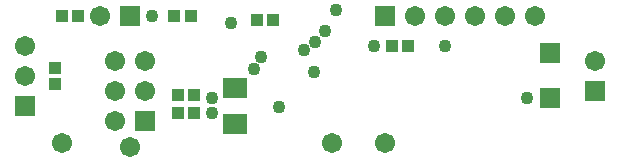
<source format=gbs>
G75*
%MOIN*%
%OFA0B0*%
%FSLAX24Y24*%
%IPPOS*%
%LPD*%
%AMOC8*
5,1,8,0,0,1.08239X$1,22.5*
%
%ADD10R,0.0674X0.0674*%
%ADD11C,0.0674*%
%ADD12R,0.0789X0.0671*%
%ADD13R,0.0440X0.0395*%
%ADD14R,0.0395X0.0440*%
%ADD15R,0.0710X0.0710*%
%ADD16C,0.0430*%
%ADD17C,0.0671*%
D10*
X003180Y002180D03*
X007180Y001680D03*
X006680Y005180D03*
X015180Y005180D03*
X022180Y002680D03*
D11*
X022180Y003680D03*
X020180Y005180D03*
X019180Y005180D03*
X018180Y005180D03*
X017180Y005180D03*
X016180Y005180D03*
X007180Y003680D03*
X006180Y003680D03*
X006180Y002680D03*
X007180Y002680D03*
X006180Y001680D03*
X003180Y003180D03*
X003180Y004180D03*
X005680Y005180D03*
D12*
X010180Y002771D03*
X010180Y001589D03*
D13*
X008831Y001930D03*
X008279Y001930D03*
X008279Y002555D03*
X008831Y002555D03*
X015404Y004180D03*
X015956Y004180D03*
X011456Y005055D03*
X010904Y005055D03*
X008706Y005180D03*
X008154Y005180D03*
X004956Y005180D03*
X004404Y005180D03*
D14*
X004180Y003456D03*
X004180Y002904D03*
D15*
X020680Y002432D03*
X020680Y003928D03*
D16*
X017180Y004180D03*
X014805Y004180D03*
X013200Y004660D03*
X012850Y004310D03*
X012500Y004030D03*
X011055Y003805D03*
X010820Y003400D03*
X012805Y003305D03*
X011660Y002140D03*
X009430Y001930D03*
X009430Y002430D03*
X010055Y004930D03*
X007430Y005180D03*
X013550Y005360D03*
X019930Y002430D03*
D17*
X004430Y000930D03*
X006680Y000805D03*
X013430Y000930D03*
X015180Y000930D03*
M02*

</source>
